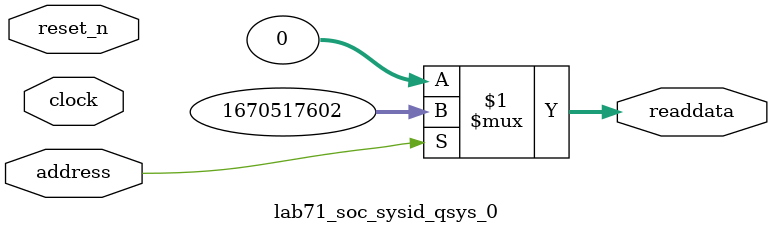
<source format=v>



// synthesis translate_off
`timescale 1ns / 1ps
// synthesis translate_on

// turn off superfluous verilog processor warnings 
// altera message_level Level1 
// altera message_off 10034 10035 10036 10037 10230 10240 10030 

module lab71_soc_sysid_qsys_0 (
               // inputs:
                address,
                clock,
                reset_n,

               // outputs:
                readdata
             )
;

  output  [ 31: 0] readdata;
  input            address;
  input            clock;
  input            reset_n;

  wire    [ 31: 0] readdata;
  //control_slave, which is an e_avalon_slave
  assign readdata = address ? 1670517602 : 0;

endmodule



</source>
